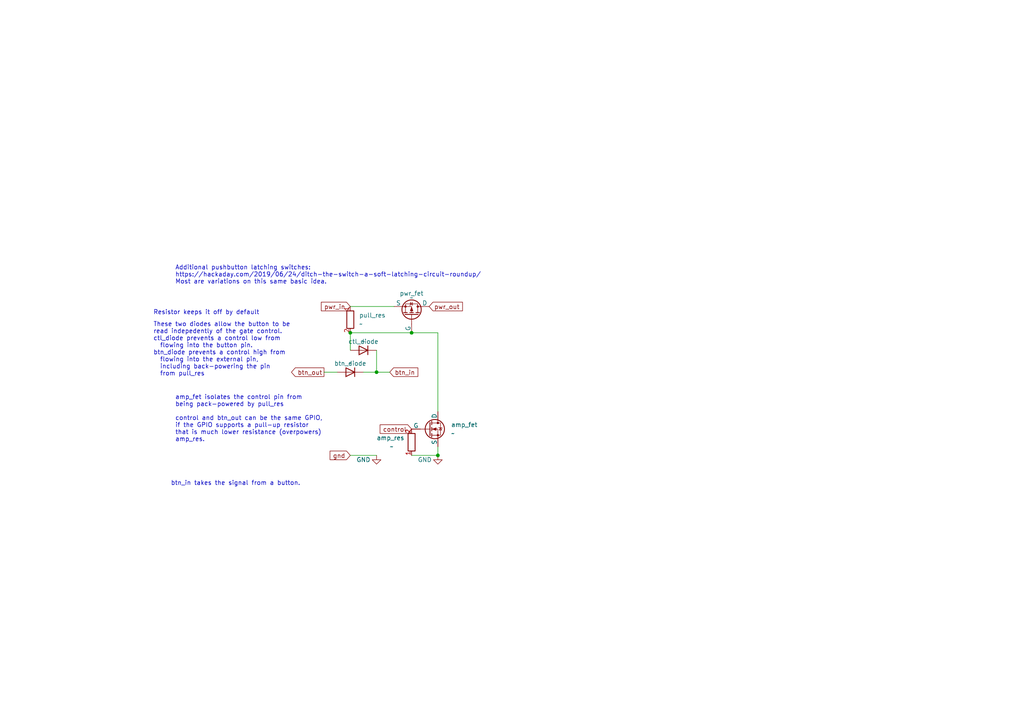
<source format=kicad_sch>
(kicad_sch (version 20230121) (generator eeschema)
  (paper "A4")
  (lib_symbols
    (symbol "D_1" (pin_numbers hide) (pin_names (offset 1.016) hide)
      (property "Reference" "D" (at 0 2.54 0))
      (property "Value" "D_1" (at 0 -2.54 0))
      (symbol "D_1_0_1"
        (polyline (pts (xy -1.27 1.27) (xy -1.27 -1.27)) (stroke (width 0.254)))
        (polyline (pts (xy 1.27 0) (xy -1.27 0)))
        (polyline (pts (xy 1.27 1.27) (xy 1.27 -1.27) (xy -1.27 0) (xy 1.27 1.27)) (stroke (width 0.254)))
      )
      (symbol "D_1_1_1"
        (pin passive line (at -3.81 0 0) (length 2.54) (name "K") (number "1"))
        (pin passive line (at 3.81 0 180) (length 2.54) (name "A") (number "2"))
      )
    )
    (symbol "Device:D" (pin_numbers hide) (pin_names (offset 1.016) hide)
      (property "Reference" "D" (at 0 2.54 0))
      (property "Value" "D" (at 0 -2.54 0))
      (symbol "D_0_1"
        (polyline (pts (xy -1.27 1.27) (xy -1.27 -1.27)) (stroke (width 0.254)))
        (polyline (pts (xy 1.27 0) (xy -1.27 0)))
        (polyline (pts (xy 1.27 1.27) (xy 1.27 -1.27) (xy -1.27 0) (xy 1.27 1.27)) (stroke (width 0.254)))
      )
      (symbol "D_1_1"
        (pin passive line (at -3.81 0 0) (length 2.54) (name "K") (number "1"))
        (pin passive line (at 3.81 0 180) (length 2.54) (name "A") (number "2"))
      )
    )
    (symbol "Device:Q_NMOS_DGS" (pin_numbers hide) (pin_names (offset 0))
      (property "Reference" "Q" (at 5.08 1.27 0))
      (property "Value" "Q_NMOS_DGS" (at 5.08 -1.27 0))
      (symbol "Q_NMOS_DGS_0_1"
        (polyline (pts (xy 0.254 0) (xy -2.54 0)))
        (polyline (pts (xy 0.254 1.905) (xy 0.254 -1.905)) (stroke (width 0.254)))
        (polyline (pts (xy 0.762 -1.27) (xy 0.762 -2.286)) (stroke (width 0.254)))
        (polyline (pts (xy 0.762 0.508) (xy 0.762 -0.508)) (stroke (width 0.254)))
        (polyline (pts (xy 0.762 2.286) (xy 0.762 1.27)) (stroke (width 0.254)))
        (polyline (pts (xy 2.54 2.54) (xy 2.54 1.778)))
        (polyline (pts (xy 2.54 -2.54) (xy 2.54 0) (xy 0.762 0)))
        (polyline (pts (xy 0.762 -1.778) (xy 3.302 -1.778) (xy 3.302 1.778) (xy 0.762 1.778)))
        (polyline (pts (xy 1.016 0) (xy 2.032 0.381) (xy 2.032 -0.381) (xy 1.016 0)) (fill (type outline)))
        (polyline (pts (xy 2.794 0.508) (xy 2.921 0.381) (xy 3.683 0.381) (xy 3.81 0.254)))
        (polyline (pts (xy 3.302 0.381) (xy 2.921 -0.254) (xy 3.683 -0.254) (xy 3.302 0.381)))
        (circle (center 1.651 0) (radius 2.794) (stroke (width 0.254)))
        (circle (center 2.54 -1.778) (radius 0.254) (fill (type outline)))
        (circle (center 2.54 1.778) (radius 0.254) (fill (type outline)))
      )
      (symbol "Q_NMOS_DGS_1_1"
        (pin passive line (at 2.54 5.08 270) (length 2.54) (name "D") (number "1"))
        (pin input line (at -5.08 0 0) (length 2.54) (name "G") (number "2"))
        (pin passive line (at 2.54 -5.08 90) (length 2.54) (name "S") (number "3"))
      )
    )
    (symbol "Device:Q_PMOS_DGS" (pin_numbers hide) (pin_names (offset 0))
      (property "Reference" "Q" (at 5.08 1.27 0))
      (property "Value" "Q_PMOS_DGS" (at 5.08 -1.27 0))
      (symbol "Q_PMOS_DGS_0_1"
        (polyline (pts (xy 0.254 0) (xy -2.54 0)))
        (polyline (pts (xy 0.254 1.905) (xy 0.254 -1.905)) (stroke (width 0.254)))
        (polyline (pts (xy 0.762 -1.27) (xy 0.762 -2.286)) (stroke (width 0.254)))
        (polyline (pts (xy 0.762 0.508) (xy 0.762 -0.508)) (stroke (width 0.254)))
        (polyline (pts (xy 0.762 2.286) (xy 0.762 1.27)) (stroke (width 0.254)))
        (polyline (pts (xy 2.54 2.54) (xy 2.54 1.778)))
        (polyline (pts (xy 2.54 -2.54) (xy 2.54 0) (xy 0.762 0)))
        (polyline (pts (xy 0.762 1.778) (xy 3.302 1.778) (xy 3.302 -1.778) (xy 0.762 -1.778)))
        (polyline (pts (xy 2.286 0) (xy 1.27 0.381) (xy 1.27 -0.381) (xy 2.286 0)) (fill (type outline)))
        (polyline (pts (xy 2.794 -0.508) (xy 2.921 -0.381) (xy 3.683 -0.381) (xy 3.81 -0.254)))
        (polyline (pts (xy 3.302 -0.381) (xy 2.921 0.254) (xy 3.683 0.254) (xy 3.302 -0.381)))
        (circle (center 1.651 0) (radius 2.794) (stroke (width 0.254)))
        (circle (center 2.54 -1.778) (radius 0.254) (fill (type outline)))
        (circle (center 2.54 1.778) (radius 0.254) (fill (type outline)))
      )
      (symbol "Q_PMOS_DGS_1_1"
        (pin passive line (at 2.54 5.08 270) (length 2.54) (name "D") (number "1"))
        (pin input line (at -5.08 0 0) (length 2.54) (name "G") (number "2"))
        (pin passive line (at 2.54 -5.08 90) (length 2.54) (name "S") (number "3"))
      )
    )
    (symbol "Device:R" (pin_names (offset 0) hide)
      (property "Reference" "R" (at 2.032 0 90))
      (property "Value" "R" (at 0 0 90))
      (symbol "R_0_1"
        (rectangle (start -1.016 -2.54) (end 1.016 2.54) (stroke (width 0.254)))
      )
      (symbol "R_1_1"
        (pin passive line (at 0 3.81 270) (length 1.27) (name "~") (number "1"))
        (pin passive line (at 0 -3.81 90) (length 1.27) (name "~") (number "2"))
      )
    )
    (symbol "R_1" (pin_names (offset 0) hide)
      (property "Reference" "R" (at 2.032 0 90))
      (property "Value" "R_1" (at 0 0 90))
      (symbol "R_1_0_1"
        (rectangle (start -1.016 -2.54) (end 1.016 2.54) (stroke (width 0.254)))
      )
      (symbol "R_1_1_1"
        (pin passive line (at 0 3.81 270) (length 1.27) (name "~") (number "1"))
        (pin passive line (at 0 -3.81 90) (length 1.27) (name "~") (number "2"))
      )
    )
    (symbol "power:GND" (power) (pin_names (offset 0))
      (property "Value" "GND" (at 0 -3.81 0))
      (symbol "GND_0_1"
        (polyline (pts (xy 0 0) (xy 0 -1.27) (xy 1.27 -1.27) (xy 0 -2.54) (xy -1.27 -1.27) (xy 0 -1.27)))
      )
      (symbol "GND_1_1"
        (pin power_in line (at 0 0 270) (length 0) hide (name "GND") (number "1"))
      )
    )
  )
  (junction (at 127 132.08))
  (junction (at 101.6 96.52))
  (junction (at 119.38 96.52))
  (junction (at 109.22 107.95))
  (wire (pts (xy 127 132.08) (xy 127 129.54)))
  (wire (pts (xy 109.22 107.95) (xy 113.03 107.95)))
  (wire (pts (xy 105.41 107.95) (xy 109.22 107.95)))
  (wire (pts (xy 101.6 96.52) (xy 101.6 101.6)))
  (wire (pts (xy 101.6 88.9) (xy 114.3 88.9)))
  (wire (pts (xy 109.22 101.6) (xy 109.22 107.95)))
  (wire (pts (xy 119.38 96.52) (xy 127 96.52)))
  (wire (pts (xy 119.38 132.08) (xy 127 132.08)))
  (wire (pts (xy 127 96.52) (xy 127 119.38)))
  (wire (pts (xy 101.6 132.08) (xy 109.22 132.08)))
  (wire (pts (xy 93.98 107.95) (xy 97.79 107.95)))
  (wire (pts (xy 101.6 96.52) (xy 119.38 96.52)))
  (text "Resistor keeps it off by default" (at 44.45 91.44 0) (effects (font (size 1.27 1.27)) (justify left bottom)))
  (text "Additional pushbutton latching switches:\nhttps://hackaday.com/2019/06/24/ditch-the-switch-a-soft-latching-circuit-roundup/\nMost are variations on this same basic idea." (at 50.8 82.55 0) (effects (font (size 1.27 1.27)) (justify left bottom)))
  (text "amp_fet isolates the control pin from\nbeing pack-powered by pull_res" (at 50.8 118.11 0) (effects (font (size 1.27 1.27)) (justify left bottom)))
  (text "btn_in takes the signal from a button. " (at 49.53 140.97 0) (effects (font (size 1.27 1.27)) (justify left bottom)))
  (text "These two diodes allow the button to be\nread indepedently of the gate control.\nctl_diode prevents a control low from\n  flowing into the button pin.\nbtn_diode prevents a control high from\n  flowing into the external pin,\n  including back-powering the pin\n  from pull_res" (at 44.45 109.22 0) (effects (font (size 1.27 1.27)) (justify left bottom)))
  (text "control and btn_out can be the same GPIO,\nif the GPIO supports a pull-up resistor\nthat is much lower resistance (overpowers)\namp_res." (at 50.8 128.27 0) (effects (font (size 1.27 1.27)) (justify left bottom)))
  (global_label "gnd" (shape input) (at 101.6 132.08 180) (property "Intersheetrefs" "${INTERSHEET_REFS}" (effects hide)))
  (global_label "control" (shape input) (at 119.38 124.46 180) (property "Intersheetrefs" "${INTERSHEET_REFS}" (effects hide)))
  (global_label "btn_out" (shape output) (at 93.98 107.95 180) (property "Intersheetrefs" "${INTERSHEET_REFS}" (effects hide)))
  (global_label "btn_in" (shape input) (at 113.03 107.95 0) (property "Intersheetrefs" "${INTERSHEET_REFS}" (effects hide)))
  (global_label "pwr_in" (shape input) (at 101.6 88.9 180) (property "Intersheetrefs" "${INTERSHEET_REFS}" (effects hide)))
  (global_label "pwr_out" (shape input) (at 124.46 88.9 0) (property "Intersheetrefs" "${INTERSHEET_REFS}" (effects hide)))
  (symbol (lib_id "Device:Q_PMOS_DGS") (at 119.38 91.44 270) (mirror x) (unit 1)
    (property "Reference" "pwr_fet" (at 119.38 85.09 90))
    (property "Value" "~" (at 119.38 86.36 90))
  )
  (symbol (lib_name "R_1") (lib_id "Device:R") (at 119.38 128.27 180) (unit 1)
    (property "Reference" "amp_res" (at 109.22 127 0) (effects (justify right)))
    (property "Value" "~" (at 113.03 129.54 0) (effects (justify right)))
  )
  (symbol (lib_id "Device:Q_NMOS_DGS") (at 124.46 124.46 0) (unit 1)
    (property "Reference" "amp_fet" (at 130.81 123.1899 0) (effects (justify left)))
    (property "Value" "~" (at 130.81 125.7299 0) (effects (justify left)))
  )
  (symbol (lib_id "power:GND") (at 109.22 132.08 0) (unit 1)
    (property "Reference" "#PWR?" (effects hide))
    (property "Value" "GND" (at 105.41 133.35 0))
  )
  (symbol (lib_id "Device:R") (at 101.6 92.71 0) (unit 1)
    (property "Reference" "pull_res" (at 104.14 91.4399 0) (effects (justify left)))
    (property "Value" "~" (at 104.14 93.9799 0) (effects (justify left)))
  )
  (symbol (lib_name "D_1") (lib_id "Device:D") (at 101.6 107.95 180) (unit 1)
    (property "Reference" "btn_diode" (at 101.6 105.41 0))
    (property "Value" "~" (at 101.6 105.41 0))
  )
  (symbol (lib_id "power:GND") (at 127 132.08 0) (unit 1)
    (property "Reference" "#PWR?" (effects hide))
    (property "Value" "GND" (at 123.19 133.35 0))
  )
  (symbol (lib_id "Device:D") (at 105.41 101.6 180) (unit 1)
    (property "Reference" "ctl_diode" (at 105.41 99.06 0))
    (property "Value" "~" (at 105.41 99.06 0))
  )
)
</source>
